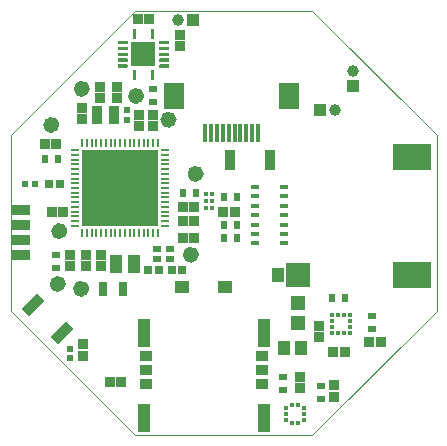
<source format=gbs>
G04*
G04 #@! TF.GenerationSoftware,Altium Limited,Altium NEXUS,3.0.14 (129)*
G04*
G04 Layer_Color=16711935*
%FSLAX25Y25*%
%MOIN*%
G70*
G01*
G75*
%ADD15C,0.00000*%
G04:AMPARAMS|DCode=16|XSize=35.43mil|YSize=62.99mil|CornerRadius=9.84mil|HoleSize=0mil|Usage=FLASHONLY|Rotation=90.000|XOffset=0mil|YOffset=0mil|HoleType=Round|Shape=RoundedRectangle|*
%AMROUNDEDRECTD16*
21,1,0.03543,0.04331,0,0,90.0*
21,1,0.01575,0.06299,0,0,90.0*
1,1,0.01968,0.02165,0.00787*
1,1,0.01968,0.02165,-0.00787*
1,1,0.01968,-0.02165,-0.00787*
1,1,0.01968,-0.02165,0.00787*
%
%ADD16ROUNDEDRECTD16*%
%ADD22R,0.03386X0.03228*%
%ADD23R,0.02047X0.02835*%
%ADD24R,0.03228X0.03386*%
%ADD25R,0.02835X0.02047*%
%ADD32R,0.02953X0.04528*%
%ADD37R,0.02165X0.02165*%
%ADD63R,0.03307X0.03465*%
%ADD64C,0.00394*%
%ADD65R,0.03937X0.03937*%
%ADD66C,0.03937*%
%ADD67R,0.03937X0.03937*%
%ADD68C,0.01968*%
%ADD119R,0.01378X0.01476*%
%ADD120R,0.01476X0.01378*%
%ADD121R,0.01476X0.01378*%
%ADD122R,0.01378X0.01476*%
%ADD125R,0.01968X0.02362*%
%ADD126O,0.00886X0.04429*%
%ADD127O,0.00984X0.04378*%
%ADD128O,0.00787X0.04476*%
%ADD129O,0.01083X0.04323*%
%ADD130O,0.01181X0.04260*%
%ADD131O,0.01968X0.02992*%
%ADD132O,0.01280X0.04185*%
%ADD133O,0.01378X0.04095*%
%ADD134O,0.01476X0.03988*%
%ADD135O,0.01575X0.03862*%
%ADD136O,0.01673X0.03713*%
%ADD137O,0.01772X0.03532*%
%ADD138O,0.01831X0.03406*%
%ADD139O,0.01870X0.03307*%
%ADD140O,0.01929X0.03150*%
%ADD141O,0.02047X0.02480*%
%ADD142O,0.02008X0.02795*%
%ADD143C,0.02067*%
%ADD144O,0.04429X0.00886*%
%ADD145O,0.04378X0.00984*%
%ADD146O,0.04476X0.00787*%
%ADD147O,0.04323X0.01083*%
%ADD148O,0.04260X0.01181*%
%ADD149O,0.02992X0.01968*%
%ADD150O,0.04185X0.01280*%
%ADD151O,0.04095X0.01378*%
%ADD152O,0.03988X0.01476*%
%ADD153O,0.03862X0.01575*%
%ADD154O,0.03713X0.01673*%
%ADD155O,0.03532X0.01772*%
%ADD156O,0.03406X0.01831*%
%ADD157O,0.03307X0.01870*%
%ADD158O,0.03150X0.01929*%
%ADD159O,0.02480X0.02047*%
%ADD160O,0.02795X0.02008*%
%ADD165R,0.08071X0.08071*%
%ADD166C,0.00992*%
%ADD170R,0.25197X0.25197*%
%ADD171R,0.02559X0.00984*%
%ADD172R,0.00984X0.02559*%
%ADD177R,0.02953X0.01378*%
%ADD180C,0.02756*%
%ADD181R,0.03543X0.06693*%
%ADD182R,0.08268X0.08268*%
%ADD183R,0.12992X0.09055*%
%ADD184R,0.02992X0.02835*%
%ADD185R,0.03465X0.03307*%
%ADD186R,0.04291X0.05866*%
%ADD187R,0.03150X0.02953*%
G04:AMPARAMS|DCode=188|XSize=35.43mil|YSize=70.87mil|CornerRadius=0mil|HoleSize=0mil|Usage=FLASHONLY|Rotation=135.000|XOffset=0mil|YOffset=0mil|HoleType=Round|Shape=Rectangle|*
%AMROTATEDRECTD188*
4,1,4,0.03758,0.01253,-0.01253,-0.03758,-0.03758,-0.01253,0.01253,0.03758,0.03758,0.01253,0.0*
%
%ADD188ROTATEDRECTD188*%

%ADD189R,0.01181X0.01181*%
%ADD190R,0.03347X0.05906*%
%ADD191R,0.02756X0.02362*%
%ADD192R,0.04528X0.04921*%
%ADD193R,0.04134X0.04528*%
%ADD194R,0.04724X0.04331*%
%ADD195R,0.04331X0.09449*%
%ADD196R,0.04331X0.03543*%
%ADD197R,0.01575X0.05906*%
%ADD198R,0.06693X0.09055*%
G36*
X44111Y122849D02*
X44267Y122694D01*
X44350Y122492D01*
Y122382D01*
X44350Y119587D01*
X43248D01*
Y122382D01*
Y122492D01*
X43332Y122694D01*
X43487Y122849D01*
X43690Y122933D01*
X43909D01*
X44111Y122849D01*
D02*
G37*
G36*
X41395Y124581D02*
X41550Y124426D01*
X41634Y124224D01*
Y124114D01*
Y124004D01*
X41550Y123802D01*
X41395Y123647D01*
X41192Y123563D01*
X38287D01*
Y124665D01*
X41192D01*
X41395Y124581D01*
D02*
G37*
G36*
Y126550D02*
X41550Y126395D01*
X41634Y126192D01*
Y126083D01*
Y125973D01*
X41550Y125770D01*
X41395Y125615D01*
X41192Y125531D01*
X41083D01*
X38287Y125531D01*
Y126634D01*
X41192D01*
X41395Y126550D01*
D02*
G37*
G36*
Y128518D02*
X41550Y128363D01*
X41634Y128161D01*
Y128051D01*
Y127942D01*
X41550Y127739D01*
X41395Y127584D01*
X41192Y127500D01*
X38287D01*
Y128602D01*
X41192D01*
X41395Y128518D01*
D02*
G37*
G36*
X41083Y130571D02*
X41192D01*
X41395Y130487D01*
X41550Y130332D01*
X41634Y130129D01*
Y130020D01*
Y129910D01*
X41550Y129708D01*
X41395Y129552D01*
X41192Y129469D01*
X38287D01*
Y130571D01*
X41083D01*
Y130571D01*
D02*
G37*
G36*
X41395Y132455D02*
X41550Y132300D01*
X41634Y132098D01*
Y131988D01*
Y131878D01*
X41550Y131676D01*
X41395Y131521D01*
X41192Y131437D01*
X38287D01*
Y132539D01*
X41192D01*
X41395Y132455D01*
D02*
G37*
G36*
X44350Y133721D02*
X44350D01*
Y133611D01*
X44267Y133408D01*
X44111Y133253D01*
X43909Y133169D01*
X43690D01*
X43487Y133253D01*
X43332Y133408D01*
X43248Y133611D01*
Y133721D01*
Y136516D01*
X44350D01*
Y133721D01*
D02*
G37*
G36*
X50017Y122849D02*
X50172Y122694D01*
X50256Y122492D01*
Y122382D01*
Y119587D01*
X49154D01*
Y122382D01*
X49154D01*
Y122492D01*
X49237Y122694D01*
X49393Y122849D01*
X49595Y122933D01*
X49814D01*
X50017Y122849D01*
D02*
G37*
G36*
X55216Y123563D02*
X52312D01*
X52109Y123647D01*
X51954Y123802D01*
X51870Y124004D01*
Y124114D01*
Y124224D01*
X51954Y124426D01*
X52109Y124581D01*
X52312Y124665D01*
X55216D01*
Y123563D01*
D02*
G37*
G36*
Y125531D02*
X52421D01*
Y125531D01*
X52312D01*
X52109Y125615D01*
X51954Y125770D01*
X51870Y125973D01*
Y126083D01*
Y126192D01*
X51954Y126395D01*
X52109Y126550D01*
X52312Y126634D01*
X55216D01*
Y125531D01*
D02*
G37*
G36*
Y127500D02*
X52312D01*
X52109Y127584D01*
X51954Y127739D01*
X51870Y127942D01*
Y128051D01*
Y128161D01*
X51954Y128363D01*
X52109Y128518D01*
X52312Y128602D01*
X55216D01*
Y127500D01*
D02*
G37*
G36*
Y129469D02*
X52312D01*
X52109Y129552D01*
X51954Y129708D01*
X51870Y129910D01*
Y130020D01*
Y130129D01*
X51954Y130332D01*
X52109Y130487D01*
X52312Y130571D01*
X52421D01*
X55216Y130571D01*
Y129469D01*
D02*
G37*
G36*
Y131437D02*
X52312D01*
X52109Y131521D01*
X51954Y131676D01*
X51870Y131878D01*
Y131988D01*
Y132098D01*
X51954Y132300D01*
X52109Y132455D01*
X52312Y132539D01*
X55216D01*
Y131437D01*
D02*
G37*
G36*
X50256Y133721D02*
Y133611D01*
X50172Y133408D01*
X50017Y133253D01*
X49814Y133169D01*
X49595D01*
X49393Y133253D01*
X49237Y133408D01*
X49154Y133611D01*
Y133721D01*
X49154Y136516D01*
X50256D01*
Y133721D01*
D02*
G37*
D15*
X2500Y101000D02*
X44000Y142500D01*
X103000D01*
X144500Y101000D01*
Y42500D02*
Y101000D01*
X103000Y1000D02*
X144500Y42500D01*
X44000Y1000D02*
X103000D01*
X2500Y42500D02*
X44000Y1000D01*
X2500Y42500D02*
Y101000D01*
D16*
X5906Y76142D02*
D03*
Y71142D02*
D03*
Y66142D02*
D03*
Y61142D02*
D03*
D22*
X113839Y28937D02*
D03*
X109980D02*
D03*
X122028Y32087D02*
D03*
X125807D02*
D03*
X44862Y139764D02*
D03*
X48642D02*
D03*
X59921Y77165D02*
D03*
X63701D02*
D03*
X17573Y98032D02*
D03*
X13794D02*
D03*
X59921Y72342D02*
D03*
X63701D02*
D03*
X20000Y75590D02*
D03*
X16220D02*
D03*
X39291Y18726D02*
D03*
X35512D02*
D03*
X77143Y75590D02*
D03*
X73363D02*
D03*
D23*
X109744Y46654D02*
D03*
X114075D02*
D03*
X59822Y81890D02*
D03*
X64153D02*
D03*
X18197Y92981D02*
D03*
X13866D02*
D03*
X78009Y66929D02*
D03*
X73678D02*
D03*
X78009Y71260D02*
D03*
X73678D02*
D03*
X78009Y80315D02*
D03*
X73678D02*
D03*
D24*
X110433Y13858D02*
D03*
Y17638D02*
D03*
X105118Y37421D02*
D03*
Y33642D02*
D03*
X99016Y16811D02*
D03*
Y20591D02*
D03*
X26575Y31319D02*
D03*
Y27539D02*
D03*
X58858Y134567D02*
D03*
Y130787D02*
D03*
X32185Y113327D02*
D03*
Y117185D02*
D03*
X38091Y117185D02*
D03*
Y113327D02*
D03*
X22244Y61139D02*
D03*
Y57359D02*
D03*
X50000Y104050D02*
D03*
Y107830D02*
D03*
X27461Y61237D02*
D03*
Y57458D02*
D03*
X26378Y106360D02*
D03*
Y110139D02*
D03*
X45401Y104050D02*
D03*
Y107830D02*
D03*
D25*
X122835Y36457D02*
D03*
Y40787D02*
D03*
X93405Y16240D02*
D03*
X93405Y20571D02*
D03*
X106004Y17323D02*
D03*
Y12992D02*
D03*
X17652Y61217D02*
D03*
Y56887D02*
D03*
X50000Y111989D02*
D03*
Y116320D02*
D03*
D32*
X39862Y49927D02*
D03*
X33169D02*
D03*
D37*
X22146Y26673D02*
D03*
Y29823D02*
D03*
X41294Y106255D02*
D03*
Y109405D02*
D03*
D63*
X32677Y61277D02*
D03*
Y57418D02*
D03*
D64*
X10905Y78642D02*
D03*
X10905Y58642D02*
D03*
X10905Y63642D02*
D03*
X10905Y73642D02*
D03*
X10905Y68642D02*
D03*
D65*
X63327Y139468D02*
D03*
X105571Y109351D02*
D03*
D66*
X58327Y139469D02*
D03*
X110571Y109350D02*
D03*
X116634Y122382D02*
D03*
D67*
X116634Y117382D02*
D03*
D68*
X44862Y82645D02*
D03*
D119*
X113583Y41093D02*
D03*
X111614D02*
D03*
Y35089D02*
D03*
X113583D02*
D03*
D120*
X109597Y41043D02*
D03*
Y39075D02*
D03*
Y37106D02*
D03*
Y35138D02*
D03*
X115600D02*
D03*
Y37106D02*
D03*
Y39075D02*
D03*
Y41043D02*
D03*
D121*
X94340Y10039D02*
D03*
Y8071D02*
D03*
Y6102D02*
D03*
X100345D02*
D03*
Y8071D02*
D03*
Y10039D02*
D03*
D122*
X96358Y5069D02*
D03*
X98327D02*
D03*
Y11073D02*
D03*
X96358D02*
D03*
D125*
X10728Y84744D02*
D03*
X7185D02*
D03*
D126*
X64891Y88189D02*
D03*
X63415D02*
D03*
X15293Y104464D02*
D03*
X16770D02*
D03*
X63287Y61237D02*
D03*
X61811D02*
D03*
X17963Y69095D02*
D03*
X19439D02*
D03*
D127*
X64940Y88189D02*
D03*
X63366D02*
D03*
X15244Y104464D02*
D03*
X16819D02*
D03*
X63337Y61237D02*
D03*
X61762D02*
D03*
X17913Y69095D02*
D03*
X19488D02*
D03*
D128*
X64842Y88189D02*
D03*
X63464D02*
D03*
X15343Y104464D02*
D03*
X16721D02*
D03*
X63238Y61237D02*
D03*
X61860D02*
D03*
X18012Y69095D02*
D03*
X19390D02*
D03*
D129*
X64990Y88189D02*
D03*
X63316D02*
D03*
X15195Y104464D02*
D03*
X16868D02*
D03*
X63386Y61237D02*
D03*
X61713D02*
D03*
X17864Y69095D02*
D03*
X19537D02*
D03*
D130*
X65039Y88189D02*
D03*
X63267D02*
D03*
X15146Y104464D02*
D03*
X16917D02*
D03*
X63435Y61237D02*
D03*
X61663D02*
D03*
X17815Y69095D02*
D03*
X19587D02*
D03*
D131*
X65433Y88189D02*
D03*
X62874D02*
D03*
X14752Y104464D02*
D03*
X17311D02*
D03*
X63829Y61237D02*
D03*
X61270D02*
D03*
X17421Y69095D02*
D03*
X19980D02*
D03*
D132*
X65088Y88189D02*
D03*
X63218D02*
D03*
X15097Y104464D02*
D03*
X16967D02*
D03*
X63484Y61237D02*
D03*
X61614D02*
D03*
X17766Y69095D02*
D03*
X19636D02*
D03*
D133*
X65137Y88189D02*
D03*
X63169D02*
D03*
X15047Y104464D02*
D03*
X17016D02*
D03*
X63534Y61237D02*
D03*
X61565D02*
D03*
X17717Y69095D02*
D03*
X19685D02*
D03*
D134*
X65187Y88189D02*
D03*
X63120D02*
D03*
X14998Y104464D02*
D03*
X17065D02*
D03*
X63583Y61237D02*
D03*
X61516D02*
D03*
X17667Y69095D02*
D03*
X19734D02*
D03*
D135*
X65236Y88189D02*
D03*
X63070D02*
D03*
X14949Y104464D02*
D03*
X17114D02*
D03*
X63632Y61237D02*
D03*
X61466D02*
D03*
X17618Y69095D02*
D03*
X19783D02*
D03*
D136*
X65285Y88189D02*
D03*
X63021D02*
D03*
X14900Y104464D02*
D03*
X17164D02*
D03*
X63681Y61237D02*
D03*
X61417D02*
D03*
X17569Y69095D02*
D03*
X19833D02*
D03*
D137*
X65334Y88189D02*
D03*
X62972D02*
D03*
X14851Y104464D02*
D03*
X17213D02*
D03*
X63730Y61237D02*
D03*
X61368D02*
D03*
X17520Y69095D02*
D03*
X19882D02*
D03*
D138*
X65364Y88189D02*
D03*
X62942D02*
D03*
X14821Y104464D02*
D03*
X17242D02*
D03*
X63760Y61237D02*
D03*
X61339D02*
D03*
X17490Y69095D02*
D03*
X19911D02*
D03*
D139*
X65383Y88189D02*
D03*
X62923D02*
D03*
X14801Y104464D02*
D03*
X17262D02*
D03*
X63779Y61237D02*
D03*
X61319D02*
D03*
X17470Y69095D02*
D03*
X19931D02*
D03*
D140*
X65413Y88189D02*
D03*
X62893D02*
D03*
X14772Y104464D02*
D03*
X17291D02*
D03*
X63809Y61237D02*
D03*
X61289D02*
D03*
X17441Y69095D02*
D03*
X19961D02*
D03*
D141*
X65472Y88189D02*
D03*
X62834D02*
D03*
X14713Y104464D02*
D03*
X17351D02*
D03*
X63868Y61237D02*
D03*
X61230D02*
D03*
X17382Y69095D02*
D03*
X20020D02*
D03*
D142*
X65452Y88189D02*
D03*
X62854D02*
D03*
X14732Y104464D02*
D03*
X17331D02*
D03*
X63848Y61237D02*
D03*
X61250D02*
D03*
X17402Y69095D02*
D03*
X20000D02*
D03*
D143*
X65482Y88189D02*
D03*
X62824D02*
D03*
X18197Y50156D02*
D03*
Y52813D02*
D03*
X14703Y104464D02*
D03*
X17360D02*
D03*
X55108Y107580D02*
D03*
Y104923D02*
D03*
X63878Y61237D02*
D03*
X61221D02*
D03*
X17372Y69095D02*
D03*
X20030D02*
D03*
X25984Y48573D02*
D03*
Y51230D02*
D03*
X26181Y117864D02*
D03*
Y115207D02*
D03*
X44319Y115483D02*
D03*
Y112826D02*
D03*
D144*
X18197Y50746D02*
D03*
Y52223D02*
D03*
X55108Y106990D02*
D03*
Y105513D02*
D03*
X25984Y49163D02*
D03*
Y50640D02*
D03*
X26181Y117274D02*
D03*
Y115797D02*
D03*
X44319Y114893D02*
D03*
Y113417D02*
D03*
D145*
X18197Y50697D02*
D03*
Y52272D02*
D03*
X55108Y107039D02*
D03*
Y105464D02*
D03*
X25984Y49114D02*
D03*
Y50689D02*
D03*
X26181Y117323D02*
D03*
Y115748D02*
D03*
X44319Y114942D02*
D03*
Y113367D02*
D03*
D146*
X18197Y50796D02*
D03*
Y52174D02*
D03*
X55108Y106940D02*
D03*
Y105562D02*
D03*
X25984Y49213D02*
D03*
Y50591D02*
D03*
X26181Y117224D02*
D03*
Y115847D02*
D03*
X44319Y114844D02*
D03*
Y113466D02*
D03*
D147*
X18197Y50648D02*
D03*
Y52321D02*
D03*
X55108Y107088D02*
D03*
Y105415D02*
D03*
X25984Y49065D02*
D03*
Y50738D02*
D03*
X26181Y117372D02*
D03*
Y115699D02*
D03*
X44319Y114991D02*
D03*
Y113318D02*
D03*
D148*
X18197Y50599D02*
D03*
Y52370D02*
D03*
X55108Y107137D02*
D03*
Y105366D02*
D03*
X25984Y49016D02*
D03*
Y50787D02*
D03*
X26181Y117421D02*
D03*
Y115650D02*
D03*
X44319Y115041D02*
D03*
Y113269D02*
D03*
D149*
X18197Y50205D02*
D03*
Y52764D02*
D03*
X55108Y107531D02*
D03*
Y104972D02*
D03*
X25984Y48622D02*
D03*
Y51181D02*
D03*
X26181Y117815D02*
D03*
Y115256D02*
D03*
X44319Y115434D02*
D03*
Y112875D02*
D03*
D150*
X18197Y50550D02*
D03*
Y52420D02*
D03*
X55108Y107186D02*
D03*
Y105316D02*
D03*
X25984Y48967D02*
D03*
Y50837D02*
D03*
X26181Y117471D02*
D03*
Y115600D02*
D03*
X44319Y115090D02*
D03*
Y113220D02*
D03*
D151*
X18197Y50500D02*
D03*
Y52469D02*
D03*
X55108Y107236D02*
D03*
Y105267D02*
D03*
X25984Y48917D02*
D03*
Y50886D02*
D03*
X26181Y117520D02*
D03*
Y115551D02*
D03*
X44319Y115139D02*
D03*
Y113171D02*
D03*
D152*
X18197Y50451D02*
D03*
Y52518D02*
D03*
X55108Y107285D02*
D03*
Y105218D02*
D03*
X25984Y48868D02*
D03*
Y50935D02*
D03*
X26181Y117569D02*
D03*
Y115502D02*
D03*
X44319Y115188D02*
D03*
Y113121D02*
D03*
D153*
X18197Y50402D02*
D03*
Y52567D02*
D03*
X55108Y107334D02*
D03*
Y105169D02*
D03*
X25984Y48819D02*
D03*
Y50984D02*
D03*
X26181Y117618D02*
D03*
Y115453D02*
D03*
X44319Y115237D02*
D03*
Y113072D02*
D03*
D154*
X18197Y50353D02*
D03*
Y52617D02*
D03*
X55108Y107383D02*
D03*
Y105120D02*
D03*
X25984Y48770D02*
D03*
Y51034D02*
D03*
X26181Y117667D02*
D03*
Y115403D02*
D03*
X44319Y115287D02*
D03*
Y113023D02*
D03*
D155*
X18197Y50304D02*
D03*
Y52666D02*
D03*
X55108Y107432D02*
D03*
Y105070D02*
D03*
X25984Y48720D02*
D03*
Y51083D02*
D03*
X26181Y117717D02*
D03*
Y115354D02*
D03*
X44319Y115336D02*
D03*
Y112974D02*
D03*
D156*
X18197Y50274D02*
D03*
Y52695D02*
D03*
X55108Y107462D02*
D03*
Y105041D02*
D03*
X25984Y48691D02*
D03*
Y51112D02*
D03*
X26181Y117746D02*
D03*
Y115325D02*
D03*
X44319Y115365D02*
D03*
Y112944D02*
D03*
D157*
X18197Y50254D02*
D03*
Y52715D02*
D03*
X55108Y107482D02*
D03*
Y105021D02*
D03*
X25984Y48671D02*
D03*
Y51132D02*
D03*
X26181Y117766D02*
D03*
Y115305D02*
D03*
X44319Y115385D02*
D03*
Y112925D02*
D03*
D158*
X18197Y50225D02*
D03*
Y52744D02*
D03*
X55108Y107511D02*
D03*
Y104992D02*
D03*
X25984Y48642D02*
D03*
Y51161D02*
D03*
X26181Y117795D02*
D03*
Y115276D02*
D03*
X44319Y115415D02*
D03*
Y112895D02*
D03*
D159*
X18197Y50166D02*
D03*
Y52803D02*
D03*
X55108Y107570D02*
D03*
Y104932D02*
D03*
X25984Y48583D02*
D03*
Y51221D02*
D03*
X26181Y117854D02*
D03*
Y115217D02*
D03*
X44319Y115474D02*
D03*
Y112836D02*
D03*
D160*
X18197Y50185D02*
D03*
Y52784D02*
D03*
X55108Y107551D02*
D03*
Y104952D02*
D03*
X25984Y48602D02*
D03*
Y51201D02*
D03*
X26181Y117835D02*
D03*
Y115236D02*
D03*
X44319Y115454D02*
D03*
Y112856D02*
D03*
D165*
X46752Y128051D02*
D03*
D166*
X38878Y131988D02*
D03*
Y130020D02*
D03*
Y128051D02*
D03*
X39961Y126083D02*
D03*
Y124114D02*
D03*
X54665D02*
D03*
Y126083D02*
D03*
Y128051D02*
D03*
X53543Y130020D02*
D03*
Y131988D02*
D03*
X43799Y120138D02*
D03*
X49705Y121260D02*
D03*
X43799Y134843D02*
D03*
X49705Y135925D02*
D03*
D170*
X38976Y83465D02*
D03*
D171*
X23917Y96063D02*
D03*
Y94488D02*
D03*
Y92913D02*
D03*
Y91339D02*
D03*
Y89764D02*
D03*
Y88189D02*
D03*
Y86614D02*
D03*
Y85039D02*
D03*
Y83465D02*
D03*
Y81890D02*
D03*
Y80315D02*
D03*
Y78740D02*
D03*
Y77165D02*
D03*
Y75590D02*
D03*
Y74016D02*
D03*
Y72441D02*
D03*
Y70866D02*
D03*
X54035D02*
D03*
Y72441D02*
D03*
Y74016D02*
D03*
Y75590D02*
D03*
Y77165D02*
D03*
Y78740D02*
D03*
Y80315D02*
D03*
Y81890D02*
D03*
Y83465D02*
D03*
Y85039D02*
D03*
Y86614D02*
D03*
Y88189D02*
D03*
Y89764D02*
D03*
Y91339D02*
D03*
Y92913D02*
D03*
Y94488D02*
D03*
Y96063D02*
D03*
D172*
X26378Y68405D02*
D03*
X27953D02*
D03*
X29528D02*
D03*
X31102D02*
D03*
X32677D02*
D03*
X34252D02*
D03*
X35827D02*
D03*
X37402D02*
D03*
X38976D02*
D03*
X40551D02*
D03*
X42126D02*
D03*
X43701D02*
D03*
X45276D02*
D03*
X46850D02*
D03*
X48425D02*
D03*
X50000D02*
D03*
X51575D02*
D03*
Y98524D02*
D03*
X50000D02*
D03*
X48425D02*
D03*
X46850D02*
D03*
X45276D02*
D03*
X43701D02*
D03*
X42126D02*
D03*
X40551D02*
D03*
X38976D02*
D03*
X37402D02*
D03*
X35827D02*
D03*
X34252D02*
D03*
X32677D02*
D03*
X31102D02*
D03*
X29528D02*
D03*
X27953D02*
D03*
X26378D02*
D03*
D177*
X84013Y83858D02*
D03*
Y80709D02*
D03*
Y77559D02*
D03*
Y74409D02*
D03*
Y71260D02*
D03*
Y68110D02*
D03*
Y64961D02*
D03*
X93461D02*
D03*
Y68110D02*
D03*
Y71260D02*
D03*
Y74409D02*
D03*
Y77559D02*
D03*
Y80709D02*
D03*
Y83858D02*
D03*
D180*
X65531Y88189D02*
G03*
X65531Y88189I-1378J0D01*
G01*
X19575Y51485D02*
G03*
X19575Y51485I-1378J0D01*
G01*
X17410Y104464D02*
G03*
X17410Y104464I-1378J0D01*
G01*
X56486Y106251D02*
G03*
X56486Y106251I-1378J0D01*
G01*
X63927Y61237D02*
G03*
X63927Y61237I-1378J0D01*
G01*
X20079Y69095D02*
G03*
X20079Y69095I-1378J0D01*
G01*
X27362Y49902D02*
G03*
X27362Y49902I-1378J0D01*
G01*
X27559Y116535D02*
G03*
X27559Y116535I-1378J0D01*
G01*
X45696Y114155D02*
G03*
X45696Y114155I-1378J0D01*
G01*
D181*
X75590Y92913D02*
D03*
X88976D02*
D03*
D182*
X98425Y54331D02*
D03*
D183*
X136221D02*
D03*
Y93701D02*
D03*
D184*
X51887Y56198D02*
D03*
X48423D02*
D03*
X56243Y56102D02*
D03*
X59707D02*
D03*
D185*
X59882Y66929D02*
D03*
X63740D02*
D03*
D186*
X43524Y58166D02*
D03*
X37579D02*
D03*
D187*
X15157Y84842D02*
D03*
X18898D02*
D03*
D188*
X19496Y35130D02*
D03*
X10031Y44595D02*
D03*
D189*
X67716Y76725D02*
D03*
Y79036D02*
D03*
Y81346D02*
D03*
X69685Y76725D02*
D03*
Y79036D02*
D03*
Y81346D02*
D03*
D190*
X37106Y107830D02*
D03*
X31398D02*
D03*
D191*
X55469Y63038D02*
D03*
X51139D02*
D03*
X51139Y59691D02*
D03*
X55469Y59691D02*
D03*
D192*
X98425Y38510D02*
D03*
Y45006D02*
D03*
D193*
X91634Y54331D02*
D03*
X97342D02*
D03*
X93701Y29996D02*
D03*
X99410D02*
D03*
D194*
X59764Y50541D02*
D03*
X74094D02*
D03*
D195*
X46850Y35089D02*
D03*
X87008D02*
D03*
Y6742D02*
D03*
X46850D02*
D03*
D196*
X86221Y17963D02*
D03*
Y22687D02*
D03*
X86221Y27411D02*
D03*
X47638D02*
D03*
X47638Y22687D02*
D03*
Y17963D02*
D03*
D197*
X67280Y101753D02*
D03*
X69249D02*
D03*
X71217D02*
D03*
X73186D02*
D03*
X75154D02*
D03*
X77123D02*
D03*
X79091D02*
D03*
X81060D02*
D03*
X83028D02*
D03*
X84997D02*
D03*
D198*
X56847Y114155D02*
D03*
X95430D02*
D03*
M02*

</source>
